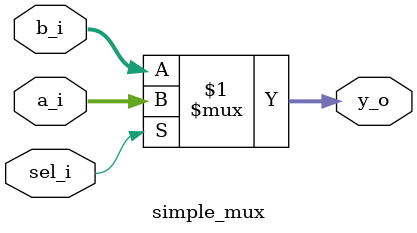
<source format=sv>

module simple_mux (
  input   wire [7:0]    a_i,
  input   wire [7:0]    b_i,
  input   wire          sel_i,
  output  wire [7:0]    y_o
);

  assign y_o = sel_i ? a_i : b_i;

endmodule

</source>
